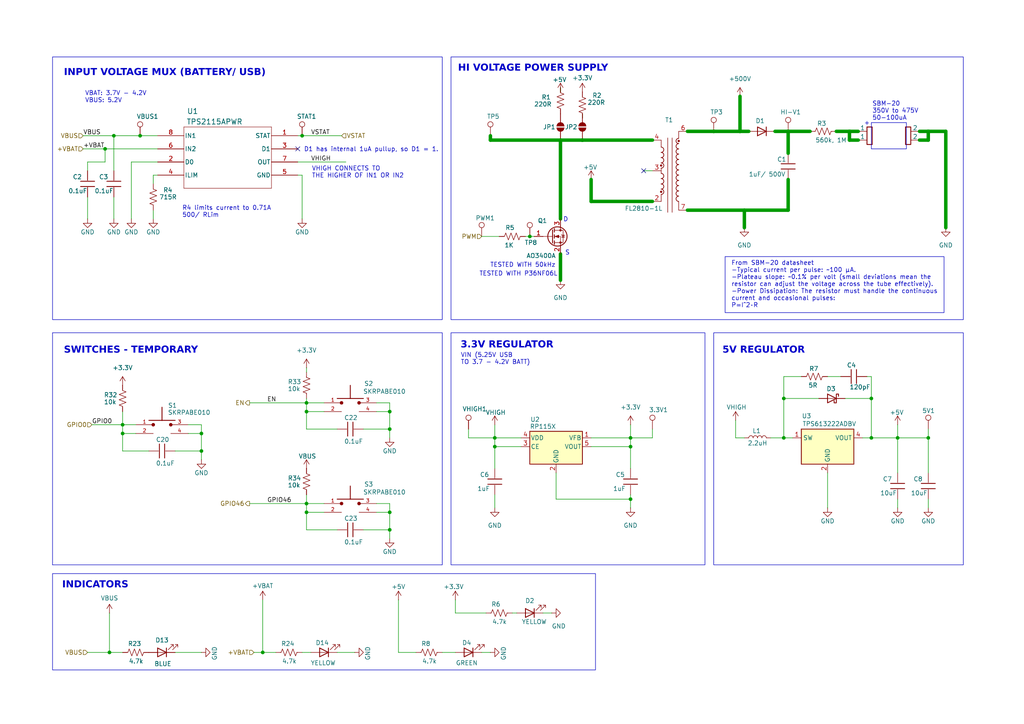
<source format=kicad_sch>
(kicad_sch (version 20231120) (generator "eeschema") (generator_version "8.0")
  (paper "A4")
  (lib_symbols
    (symbol "C_1" (pin_numbers hide) (pin_names (offset 0.254))
      (property "Reference" "C" (at 0.635 2.54 0))
      (property "Value" "C" (at 0.635 -2.54 0))
      (symbol "C_1_1_1"
        (pin passive line (at 0 3.81 270) (length 2.794) (name "~") (number "1"))
        (pin passive line (at 0 -3.81 90) (length 2.794) (name "~") (number "2"))
      )
    )
    (symbol "Connector:TestPoint" (pin_numbers hide) (pin_names (offset 0.762) hide)
      (property "Reference" "TP" (at 0 6.858 0))
      (property "Value" "TestPoint" (at 0 5.08 0))
      (symbol "TestPoint_1_1"
        (pin passive line (at 0 0 90) (length 2.54) (name "1") (number "1"))
      )
    )
    (symbol "Device:C" (pin_numbers hide) (pin_names (offset 0.254))
      (property "Reference" "C" (at 0.635 2.54 0))
      (property "Value" "C" (at 0.635 -2.54 0))
      (symbol "C_1_1"
        (pin passive line (at 0 3.81 270) (length 2.794) (name "~") (number "1"))
        (pin passive line (at 0 -3.81 90) (length 2.794) (name "~") (number "2"))
      )
    )
    (symbol "Device:D" (pin_numbers hide) (pin_names (offset 1.016) hide)
      (property "Reference" "D" (at 0 2.54 0))
      (property "Value" "D" (at 0 -2.54 0))
      (symbol "D_1_1"
        (pin passive line (at -3.81 0 0) (length 2.54) (name "K") (number "1"))
        (pin passive line (at 3.81 0 180) (length 2.54) (name "A") (number "2"))
      )
    )
    (symbol "Device:D_Schottky" (pin_numbers hide) (pin_names (offset 1.016) hide)
      (property "Reference" "D" (at 0 2.54 0))
      (property "Value" "D_Schottky" (at 0 -2.54 0))
      (symbol "D_Schottky_1_1"
        (pin passive line (at -3.81 0 0) (length 2.54) (name "K") (number "1"))
        (pin passive line (at 3.81 0 180) (length 2.54) (name "A") (number "2"))
      )
    )
    (symbol "Device:Fuse Clip" (pin_numbers hide) (pin_names (offset 0))
      (property "Reference" "F" (at -0.254 5.588 0))
      (property "Value" "Clip" (at 0.762 3.81 0))
      (symbol "Fuse Clip_1_1"
        (pin input line (at -3.81 -1.27 0) (length 2.54) (name "1") (number "1"))
        (pin input line (at -3.81 1.27 0) (length 2.54) (name "1") (number "1"))
        (pin input line (at 13.97 -1.27 180) (length 2.54) (name "2") (number "2"))
        (pin input line (at 13.97 1.27 180) (length 2.54) (name "2") (number "2"))
      )
    )
    (symbol "Device:L" (pin_numbers hide) (pin_names (offset 1.016) hide)
      (property "Reference" "L" (at -1.27 0 90))
      (property "Value" "L" (at 1.905 0 90))
      (symbol "L_1_1"
        (pin passive line (at 0 3.81 270) (length 1.27) (name "1") (number "1"))
        (pin passive line (at 0 -3.81 90) (length 1.27) (name "2") (number "2"))
      )
    )
    (symbol "Device:LED" (pin_numbers hide) (pin_names (offset 1.016) hide)
      (property "Reference" "D" (at 0 2.54 0))
      (property "Value" "LED" (at 0 -2.54 0))
      (symbol "LED_1_1"
        (pin passive line (at -3.81 0 0) (length 2.54) (name "K") (number "1"))
        (pin passive line (at 3.81 0 180) (length 2.54) (name "A") (number "2"))
      )
    )
    (symbol "Device:R_US" (pin_numbers hide) (pin_names (offset 0))
      (property "Reference" "R" (at 2.54 0 90))
      (property "Value" "R_US" (at -2.54 0 90))
      (symbol "R_US_1_1"
        (pin passive line (at 0 3.81 270) (length 1.27) (name "~") (number "1"))
        (pin passive line (at 0 -3.81 90) (length 1.27) (name "~") (number "2"))
      )
    )
    (symbol "Jumper:SolderJumper_2_Open" (pin_numbers hide) (pin_names (offset 0) hide) (exclude_from_sim yes) (in_bom no)
      (property "Reference" "JP" (at 0 2.032 0))
      (property "Value" "SolderJumper_2_Open" (at 0 -2.54 0))
      (symbol "SolderJumper_2_Open_1_1"
        (pin passive line (at -3.81 0 0) (length 2.54) (name "A") (number "1"))
        (pin passive line (at 3.81 0 180) (length 2.54) (name "B") (number "2"))
      )
    )
    (symbol "Regulator_Linear:RP115X" (pin_names (offset 0.254))
      (property "Reference" "U" (at -6.096 7.874 0))
      (property "Value" "RP115X" (at -7.112 5.842 0))
      (symbol "RP115X_1_1"
        (pin passive line (at 10.16 2.54 180) (length 2.54) (name "VFB") (number "1"))
        (pin power_out line (at 0 -7.62 90) (length 2.54) (name "GND") (number "2"))
        (pin power_in line (at -10.16 0 0) (length 2.54) (name "CE") (number "3"))
        (pin power_in line (at -10.16 2.54 0) (length 2.54) (name "VDD") (number "4"))
        (pin power_out line (at 10.16 0 180) (length 2.54) (name "VOUT") (number "5"))
      )
    )
    (symbol "Regulator_Switching:TPS613222ADBV"
      (property "Reference" "U" (at -7.62 6.35 0))
      (property "Value" "TPS613222ADBV" (at -10.16 -6.858 0))
      (symbol "TPS613222ADBV_1_1"
        (pin passive line (at -10.16 2.54 0) (length 2.54) (name "SW") (number "1"))
        (pin power_in line (at 0 -7.62 90) (length 2.54) (name "GND") (number "2"))
        (pin no_connect line (at -7.62 -2.54 0) (length 2.54) hide (name "NC") (number "3"))
        (pin power_out line (at 10.16 2.54 180) (length 2.54) (name "VOUT") (number "4"))
        (pin no_connect line (at 7.62 -2.54 180) (length 2.54) hide (name "NC") (number "5"))
      )
    )
    (symbol "SKRPABE010:SKRPABE010" (pin_names (offset 1.016))
      (property "Reference" "S" (at -5.08 6.35 0))
      (property "Value" "SKRPABE010" (at -5.08 -5.08 0))
      (symbol "SKRPABE010_0_0"
        (pin passive line (at 7.62 0 180) (length 5.08) (name "~") (number "3"))
      )
      (symbol "SKRPABE010_1_0"
        (pin passive line (at -7.62 0 0) (length 5.08) (name "~") (number "1"))
        (pin passive line (at -7.62 -2.54 0) (length 5.08) (name "~") (number "2"))
        (pin passive line (at 7.62 -2.54 180) (length 5.08) (name "~") (number "4"))
      )
    )
    (symbol "SKRPABE010_1" (pin_names (offset 1.016))
      (property "Reference" "S" (at -5.08 6.35 0))
      (property "Value" "SKRPABE010" (at -5.08 -5.08 0))
      (symbol "SKRPABE010_1_0_0"
        (pin passive line (at 7.62 0 180) (length 5.08) (name "~") (number "3"))
      )
      (symbol "SKRPABE010_1_1_0"
        (pin passive line (at -7.62 0 0) (length 5.08) (name "~") (number "1"))
        (pin passive line (at -7.62 -2.54 0) (length 5.08) (name "~") (number "2"))
        (pin passive line (at 7.62 -2.54 180) (length 5.08) (name "~") (number "4"))
      )
    )
    (symbol "TPS2115APWR:TPS2115APWR" (pin_names (offset 0.254))
      (property "Reference" "U" (at 8.636 6.858 0))
      (property "Value" "TPS2115APWR" (at 15.748 -14.986 0))
      (symbol "TPS2115APWR_0_1"
        (pin output line (at 40.64 2.54 180) (length 7.62) (name "STAT") (number "1"))
        (pin input line (at 0 -5.08 0) (length 7.62) (name "D0") (number "2"))
        (pin input line (at 40.64 -1.27 180) (length 7.62) (name "D1") (number "3"))
        (pin input line (at 0 -8.89 0) (length 7.62) (name "ILIM") (number "4"))
        (pin power_in line (at 40.64 -8.89 180) (length 7.62) (name "GND") (number "5"))
      )
      (symbol "TPS2115APWR_1_1"
        (pin power_in line (at 0 -1.27 0) (length 7.62) (name "IN2") (number "6"))
        (pin power_out line (at 40.64 -5.08 180) (length 7.62) (name "OUT") (number "7"))
        (pin power_in line (at 0 2.54 0) (length 7.62) (name "IN1") (number "8"))
      )
    )
    (symbol "Transformer:FL2810-1L_Coilcraft"
      (property "Reference" "T" (at -6.858 18.542 0))
      (property "Value" "FL2810-1L" (at -6.858 16.002 0))
      (symbol "FL2810-1L_Coilcraft_1_1"
        (pin no_connect line (at -20.32 3.81 0) (length 2.54) hide (name "1") (number "1"))
        (pin power_in line (at -5.08 -8.89 0) (length 2.54) (name "~") (number "2"))
        (pin passive line (at -5.08 0 0) (length 2.54) (name "~") (number "3"))
        (pin passive line (at -5.08 8.89 0) (length 2.54) (name "~") (number "4"))
        (pin no_connect line (at -20.32 1.27 0) (length 2.54) hide (name "5") (number "5"))
        (pin power_out line (at 5.08 11.43 180) (length 2.54) (name "~") (number "6"))
        (pin power_in line (at 5.08 -11.43 180) (length 2.54) (name "~") (number "7"))
        (pin no_connect line (at -20.32 -1.27 0) (length 2.54) hide (name "8") (number "8"))
        (pin no_connect line (at -20.32 -3.81 0) (length 2.54) hide (name "9") (number "9"))
      )
    )
    (symbol "Transistor_FET:AO3400A" (pin_names hide)
      (property "Reference" "Q" (at 5.08 1.905 0))
      (property "Value" "AO3400A" (at 5.08 0 0))
      (symbol "AO3400A_1_1"
        (pin input line (at -5.08 0 0) (length 2.54) (name "G") (number "1"))
        (pin passive line (at 2.54 -5.08 90) (length 2.54) (name "S") (number "2"))
        (pin passive line (at 2.54 5.08 270) (length 2.54) (name "D") (number "3"))
      )
    )
    (symbol "power:+3.3V" (power) (pin_numbers hide) (pin_names (offset 0) hide)
      (property "Value" "+3.3V" (at 0 3.556 0))
      (symbol "+3.3V_1_1"
        (pin power_in line (at 0 0 90) (length 0) (name "~") (number "1"))
      )
    )
    (symbol "power:+5V" (power) (pin_numbers hide) (pin_names (offset 0) hide)
      (property "Value" "+5V" (at 0 3.556 0))
      (symbol "+5V_1_1"
        (pin power_in line (at 0 0 90) (length 0) (name "~") (number "1"))
      )
    )
    (symbol "power:GND" (power) (pin_numbers hide) (pin_names (offset 0) hide)
      (property "Value" "GND" (at 0 -3.81 0))
      (symbol "GND_1_1"
        (pin power_in line (at 0 0 270) (length 0) (name "~") (number "1"))
      )
    )
    (symbol "power:VBUS" (power) (pin_numbers hide) (pin_names (offset 0) hide)
      (property "Value" "VBUS" (at 0 3.556 0))
      (symbol "VBUS_1_1"
        (pin power_in line (at 0 0 90) (length 0) (name "~") (number "1"))
      )
    )
  )
  (junction (at 113.03 153.67))
  (junction (at 58.42 130.81))
  (junction (at 35.56 125.73))
  (junction (at 30.48 43.18))
  (junction (at 227.33 127))
  (junction (at 40.64 39.37))
  (junction (at 88.9 119.38))
  (junction (at 31.75 189.23))
  (junction (at 162.56 40.64))
  (junction (at 33.02 39.37))
  (junction (at 113.03 124.46))
  (junction (at 269.24 127))
  (junction (at 260.35 127))
  (junction (at 182.88 144.78))
  (junction (at 153.67 68.58))
  (junction (at 252.73 115.57))
  (junction (at 143.51 127))
  (junction (at 214.63 38.1))
  (junction (at 87.63 39.37))
  (junction (at 35.56 123.19))
  (junction (at 246.38 38.1))
  (junction (at 227.33 115.57))
  (junction (at 88.9 116.84))
  (junction (at 113.03 119.38))
  (junction (at 215.9 60.96))
  (junction (at 228.6 38.1))
  (junction (at 207.01 38.1))
  (junction (at 182.88 129.54))
  (junction (at 58.42 125.73))
  (junction (at 113.03 148.59))
  (junction (at 182.88 127))
  (junction (at 143.51 129.54))
  (junction (at 76.2 189.23))
  (junction (at 88.9 148.59))
  (junction (at 252.73 127))
  (junction (at 269.24 38.1))
  (junction (at 168.91 40.64))
  (junction (at 88.9 146.05))
  (no_connect (at 86.36 43.18))
  (no_connect (at 186.69 49.53))
  (wire (pts (xy 157.48 177.8) (xy 160.02 177.8)))
  (wire (pts (xy 115.57 173.99) (xy 115.57 189.23)))
  (wire (pts (xy 113.03 153.67) (xy 113.03 156.21)))
  (wire (pts (xy 171.45 52.07) (xy 171.45 58.42)) (stroke (width 1)))
  (wire (pts (xy 113.03 148.59) (xy 113.03 153.67)))
  (wire (pts (xy 186.69 49.53) (xy 189.23 49.53)))
  (wire (pts (xy 35.56 123.19) (xy 35.56 125.73)))
  (polyline (pts (xy 15.24 96.52) (xy 128.27 96.52)))
  (wire (pts (xy 162.56 25.4) (xy 162.56 26.67)))
  (wire (pts (xy 162.56 73.66) (xy 162.56 81.28)) (stroke (width 1)))
  (wire (pts (xy 54.61 125.73) (xy 58.42 125.73)))
  (wire (pts (xy 214.63 27.94) (xy 214.63 38.1)) (stroke (width 1)))
  (wire (pts (xy 88.9 143.51) (xy 88.9 146.05)))
  (wire (pts (xy 182.88 129.54) (xy 182.88 135.89)))
  (wire (pts (xy 142.24 189.23) (xy 139.7 189.23)))
  (wire (pts (xy 168.91 40.64) (xy 166.37 40.64)))
  (wire (pts (xy 266.7 40.64) (xy 269.24 40.64)) (stroke (width 1)))
  (wire (pts (xy 143.51 129.54) (xy 151.13 129.54)))
  (wire (pts (xy 35.56 125.73) (xy 35.56 130.81)))
  (wire (pts (xy 148.59 177.8) (xy 149.86 177.8)))
  (wire (pts (xy 40.64 39.37) (xy 45.72 39.37)))
  (wire (pts (xy 252.73 127) (xy 260.35 127)))
  (wire (pts (xy 228.6 60.96) (xy 215.9 60.96)) (stroke (width 1)))
  (wire (pts (xy 113.03 116.84) (xy 109.22 116.84)))
  (wire (pts (xy 161.29 144.78) (xy 182.88 144.78)))
  (wire (pts (xy 97.79 153.67) (xy 88.9 153.67)))
  (wire (pts (xy 72.39 146.05) (xy 88.9 146.05)))
  (wire (pts (xy 113.03 119.38) (xy 113.03 124.46)))
  (wire (pts (xy 88.9 116.84) (xy 88.9 119.38)))
  (wire (pts (xy 135.89 127) (xy 135.89 124.46)))
  (wire (pts (xy 58.42 125.73) (xy 58.42 130.81)))
  (wire (pts (xy 251.46 109.22) (xy 252.73 109.22)))
  (wire (pts (xy 58.42 130.81) (xy 58.42 133.35)))
  (wire (pts (xy 25.4 189.23) (xy 31.75 189.23)))
  (wire (pts (xy 105.41 153.67) (xy 113.03 153.67)))
  (wire (pts (xy 35.56 119.38) (xy 35.56 123.19)))
  (wire (pts (xy 88.9 115.57) (xy 88.9 116.84)))
  (wire (pts (xy 245.11 115.57) (xy 252.73 115.57)))
  (wire (pts (xy 207.01 38.1) (xy 199.39 38.1)) (stroke (width 1)))
  (wire (pts (xy 228.6 38.1) (xy 234.95 38.1)) (stroke (width 1)))
  (wire (pts (xy 242.57 38.1) (xy 246.38 38.1)) (stroke (width 1)))
  (wire (pts (xy 161.29 137.16) (xy 161.29 144.78)))
  (wire (pts (xy 88.9 146.05) (xy 93.98 146.05)))
  (wire (pts (xy 86.36 39.37) (xy 87.63 39.37)))
  (wire (pts (xy 132.08 177.8) (xy 140.97 177.8)))
  (wire (pts (xy 240.03 109.22) (xy 243.84 109.22)))
  (wire (pts (xy 228.6 52.07) (xy 228.6 60.96)) (stroke (width 1)))
  (wire (pts (xy 76.2 173.99) (xy 76.2 189.23)))
  (wire (pts (xy 88.9 124.46) (xy 88.9 119.38)))
  (wire (pts (xy 87.63 50.8) (xy 87.63 63.5)))
  (wire (pts (xy 142.24 40.64) (xy 162.56 40.64)) (stroke (width 1)))
  (wire (pts (xy 260.35 127) (xy 269.24 127)))
  (wire (pts (xy 246.38 40.64) (xy 246.38 38.1)) (stroke (width 1)))
  (wire (pts (xy 30.48 46.99) (xy 30.48 43.18)))
  (wire (pts (xy 44.45 50.8) (xy 44.45 53.34)))
  (wire (pts (xy 260.35 127) (xy 260.35 123.19)))
  (wire (pts (xy 248.92 40.64) (xy 246.38 40.64)) (stroke (width 1)))
  (wire (pts (xy 105.41 124.46) (xy 113.03 124.46)))
  (wire (pts (xy 88.9 153.67) (xy 88.9 148.59)))
  (wire (pts (xy 189.23 124.46) (xy 189.23 127)))
  (wire (pts (xy 88.9 119.38) (xy 93.98 119.38)))
  (wire (pts (xy 44.45 50.8) (xy 45.72 50.8)))
  (wire (pts (xy 214.63 38.1) (xy 207.01 38.1)) (stroke (width 1)))
  (wire (pts (xy 246.38 38.1) (xy 248.92 38.1)) (stroke (width 1)))
  (wire (pts (xy 54.61 123.19) (xy 58.42 123.19)))
  (polyline (pts (xy 128.27 163.83) (xy 128.27 96.52)))
  (polyline (pts (xy 15.24 96.52) (xy 15.24 163.83)))
  (wire (pts (xy 24.13 43.18) (xy 30.48 43.18)))
  (wire (pts (xy 250.19 127) (xy 252.73 127)))
  (wire (pts (xy 24.13 39.37) (xy 33.02 39.37)))
  (wire (pts (xy 35.56 123.19) (xy 39.37 123.19)))
  (wire (pts (xy 227.33 109.22) (xy 227.33 115.57)))
  (wire (pts (xy 227.33 115.57) (xy 237.49 115.57)))
  (wire (pts (xy 252.73 115.57) (xy 252.73 127)))
  (wire (pts (xy 182.88 144.78) (xy 182.88 147.32)))
  (wire (pts (xy 182.88 127) (xy 182.88 129.54)))
  (wire (pts (xy 143.51 127) (xy 143.51 129.54)))
  (wire (pts (xy 168.91 33.02) (xy 168.91 34.29)))
  (wire (pts (xy 143.51 143.51) (xy 143.51 147.32)))
  (wire (pts (xy 139.7 68.58) (xy 144.78 68.58)))
  (wire (pts (xy 162.56 40.64) (xy 162.56 63.5)) (stroke (width 1)))
  (wire (pts (xy 35.56 130.81) (xy 43.18 130.81)))
  (wire (pts (xy 109.22 119.38) (xy 113.03 119.38)))
  (wire (pts (xy 25.4 46.99) (xy 30.48 46.99)))
  (wire (pts (xy 50.8 189.23) (xy 58.42 189.23)))
  (wire (pts (xy 269.24 38.1) (xy 274.32 38.1)) (stroke (width 1)))
  (wire (pts (xy 30.48 43.18) (xy 45.72 43.18)))
  (wire (pts (xy 162.56 40.64) (xy 168.91 40.64)) (stroke (width 1)))
  (wire (pts (xy 113.03 146.05) (xy 109.22 146.05)))
  (wire (pts (xy 88.9 148.59) (xy 93.98 148.59)))
  (wire (pts (xy 33.02 39.37) (xy 33.02 49.53)))
  (wire (pts (xy 189.23 127) (xy 182.88 127)))
  (wire (pts (xy 97.79 124.46) (xy 88.9 124.46)))
  (wire (pts (xy 269.24 124.46) (xy 269.24 127)))
  (wire (pts (xy 135.89 127) (xy 143.51 127)))
  (wire (pts (xy 269.24 40.64) (xy 269.24 38.1)) (stroke (width 1)))
  (wire (pts (xy 76.2 189.23) (xy 80.01 189.23)))
  (wire (pts (xy 25.4 57.15) (xy 25.4 63.5)))
  (wire (pts (xy 115.57 189.23) (xy 120.65 189.23)))
  (wire (pts (xy 31.75 189.23) (xy 35.56 189.23)))
  (wire (pts (xy 228.6 38.1) (xy 228.6 44.45)) (stroke (width 1)))
  (wire (pts (xy 142.24 40.64) (xy 142.24 39.37)) (stroke (width 1)))
  (wire (pts (xy 50.8 130.81) (xy 58.42 130.81)))
  (wire (pts (xy 35.56 125.73) (xy 39.37 125.73)))
  (wire (pts (xy 153.67 68.58) (xy 154.94 68.58)))
  (wire (pts (xy 199.39 60.96) (xy 215.9 60.96)) (stroke (width 1)))
  (wire (pts (xy 113.03 124.46) (xy 113.03 127)))
  (wire (pts (xy 162.56 40.64) (xy 160.02 40.64)))
  (wire (pts (xy 38.1 46.99) (xy 45.72 46.99)))
  (wire (pts (xy 88.9 146.05) (xy 88.9 148.59)))
  (wire (pts (xy 31.75 177.8) (xy 31.75 189.23)))
  (wire (pts (xy 132.08 173.99) (xy 132.08 177.8)))
  (wire (pts (xy 26.67 123.19) (xy 35.56 123.19)))
  (wire (pts (xy 260.35 127) (xy 260.35 137.16)))
  (wire (pts (xy 86.36 46.99) (xy 100.33 46.99)))
  (wire (pts (xy 182.88 143.51) (xy 182.88 144.78)))
  (wire (pts (xy 58.42 123.19) (xy 58.42 125.73)))
  (wire (pts (xy 109.22 148.59) (xy 113.03 148.59)))
  (wire (pts (xy 143.51 129.54) (xy 143.51 135.89)))
  (wire (pts (xy 113.03 148.59) (xy 113.03 146.05)))
  (wire (pts (xy 240.03 137.16) (xy 240.03 147.32)))
  (wire (pts (xy 227.33 115.57) (xy 227.33 127)))
  (wire (pts (xy 213.36 121.92) (xy 213.36 127)))
  (wire (pts (xy 86.36 50.8) (xy 87.63 50.8)))
  (wire (pts (xy 33.02 57.15) (xy 33.02 63.5)))
  (wire (pts (xy 252.73 109.22) (xy 252.73 115.57)))
  (wire (pts (xy 113.03 119.38) (xy 113.03 116.84)))
  (wire (pts (xy 88.9 106.68) (xy 88.9 107.95)))
  (wire (pts (xy 143.51 127) (xy 151.13 127)))
  (wire (pts (xy 269.24 127) (xy 269.24 137.16)))
  (wire (pts (xy 215.9 60.96) (xy 215.9 66.04)) (stroke (width 1)))
  (wire (pts (xy 214.63 38.1) (xy 217.17 38.1)) (stroke (width 1)))
  (wire (pts (xy 171.45 129.54) (xy 182.88 129.54)))
  (wire (pts (xy 38.1 63.5) (xy 38.1 46.99)))
  (wire (pts (xy 227.33 127) (xy 229.87 127)))
  (wire (pts (xy 260.35 144.78) (xy 260.35 147.32)))
  (wire (pts (xy 87.63 189.23) (xy 90.17 189.23)))
  (wire (pts (xy 143.51 123.19) (xy 143.51 127)))
  (wire (pts (xy 171.45 127) (xy 182.88 127)))
  (wire (pts (xy 73.66 189.23) (xy 76.2 189.23)))
  (wire (pts (xy 227.33 109.22) (xy 232.41 109.22)))
  (wire (pts (xy 33.02 39.37) (xy 40.64 39.37)))
  (wire (pts (xy 224.79 38.1) (xy 228.6 38.1)) (stroke (width 1)))
  (wire (pts (xy 269.24 144.78) (xy 269.24 147.32)))
  (wire (pts (xy 97.79 189.23) (xy 102.87 189.23)))
  (polyline (pts (xy 15.24 163.83) (xy 128.27 163.83)))
  (wire (pts (xy 182.88 123.19) (xy 182.88 127)))
  (wire (pts (xy 25.4 49.53) (xy 25.4 46.99)))
  (wire (pts (xy 223.52 127) (xy 227.33 127)))
  (wire (pts (xy 128.27 189.23) (xy 132.08 189.23)))
  (wire (pts (xy 87.63 39.37) (xy 99.06 39.37)))
  (wire (pts (xy 274.32 38.1) (xy 274.32 66.04)) (stroke (width 1)))
  (wire (pts (xy 168.91 40.64) (xy 189.23 40.64)) (stroke (width 1)))
  (wire (pts (xy 266.7 38.1) (xy 269.24 38.1)) (stroke (width 1)))
  (wire (pts (xy 171.45 58.42) (xy 189.23 58.42)) (stroke (width 1)))
  (wire (pts (xy 213.36 127) (xy 215.9 127)))
  (wire (pts (xy 72.39 116.84) (xy 88.9 116.84)))
  (wire (pts (xy 88.9 116.84) (xy 93.98 116.84)))
  (wire (pts (xy 152.4 68.58) (xy 153.67 68.58)))
  (wire (pts (xy 44.45 60.96) (xy 44.45 63.5)))
  (rectangle (start 15.24 16.51) (end 128.27 92.71))
  (rectangle (start 15.24 166.37) (end 172.72 194.31))
  (rectangle (start 252.73 35.56) (end 262.89 43.18))
  (rectangle (start 130.81 16.51) (end 279.4 92.71))
  (rectangle (start 207.01 96.52) (end 279.4 163.83))
  (rectangle (start 130.81 96.52) (end 204.47 163.83))
  (rectangle (start 210.312 74.422) (end 273.812 90.678))
  (text "5V REGULATOR" (at 209.55 103.378 0) (effects (font (size 2 2) (thickness 0.4064) (bold yes)) (justify left bottom)))
  (text "D1 has internal 1uA pullup, so D1 = 1.\n" (at 88.138 43.434 0) (effects (font (size 1.27 1.27)) (justify left)))
  (text "INPUT VOLTAGE MUX (BATTERY/ USB) " (at 18.542 22.86 0) (effects (font (size 2 2) (thickness 0.4064) (bold yes)) (justify left bottom)))
  (text "INDICATORS" (at 18.034 171.45 0) (effects (font (size 2 2) (thickness 0.4064) (bold yes)) (justify left bottom)))
  (text "+" (at 251.46 35.814 0) (effects (font (size 1.27 1.27))))
  (text "HI VOLTAGE POWER SUPPLY" (at 132.842 21.59 0) (effects (font (size 2 2) (thickness 0.4064) (bold yes)) (justify left bottom)))
  (text "TESTED WITH 50kHz" (at 151.638 76.962 0) (effects (font (size 1.27 1.27))))
  (text "S" (at 164.592 73.406 0) (effects (font (size 1.27 1.27))))
  (text "TESTED WITH P36NF06L" (at 150.368 79.502 0) (effects (font (size 1.27 1.27))))
  (text "From SBM-20 datasheet\n-Typical current per pulse: ~100 µA.\n-Plateau slope: ~0.1% per volt (small deviations mean the \nresistor can adjust the voltage across the tube effectively).\n-Power Dissipation: The resistor must handle the continuous\ncurrent and occasional pulses:\nP=I^2⋅R\n" (at 212.09 82.55 0) (effects (font (size 1.27 1.27)) (justify left)))
  (text "R4 limits current to 0.71A\n500/ RLim" (at 52.832 61.468 0) (effects (font (size 1.27 1.27)) (justify left)))
  (text "VIN (5.25V USB \nTO 3.7 - 4.2V BATT)" (at 133.604 104.14 0) (effects (font (size 1.27 1.27)) (justify left)))
  (text "3.3V REGULATOR" (at 133.604 101.854 0) (effects (font (size 2 2) (thickness 0.4064) (bold yes)) (justify left bottom)))
  (text "VHIGH CONNECTS TO \nTHE HIGHER OF IN1 OR IN2" (at 90.424 50.038 0) (effects (font (size 1.27 1.27)) (justify left)))
  (text "SWITCHES - TEMPORARY" (at 18.542 103.378 0) (effects (font (size 2 2) (thickness 1.016) (bold yes)) (justify left bottom)))
  (text "VBAT: 3.7V - 4.2V\nVBUS: 5.2V" (at 24.638 28.194 0) (effects (font (size 1.27 1.27)) (justify left)))
  (text "SBM-20\n350V to 475V\n50-100uA" (at 252.984 32.258 0) (effects (font (size 1.27 1.27)) (justify left)))
  (text "D" (at 164.084 63.754 0) (effects (font (size 1.27 1.27))))
  (label "+VBAT" (at 24.13 43.18 0))
  (label "GPIO0" (at 26.67 123.19 0))
  (label "VBUS" (at 24.13 39.37 0))
  (label "VSTAT" (at 90.17 39.37 0))
  (label "EN" (at 77.47 116.84 0))
  (label "GPIO46" (at 77.47 146.05 0))
  (label "VHIGH" (at 90.17 46.99 0))
  (hierarchical_label "+VBAT" (shape input) (at 73.66 189.23 180))
  (hierarchical_label "VBUS" (shape input) (at 24.13 39.37 180))
  (hierarchical_label "GPIO46" (shape output) (at 72.39 146.05 180))
  (hierarchical_label "PWM" (shape input) (at 139.7 68.58 180))
  (hierarchical_label "GPIO0" (shape input) (at 26.67 123.19 180))
  (hierarchical_label "+VBAT" (shape input) (at 24.13 43.18 180))
  (hierarchical_label "EN" (shape output) (at 72.39 116.84 180))
  (hierarchical_label "VBUS" (shape input) (at 25.4 189.23 180))
  (hierarchical_label "VSTAT" (shape input) (at 99.06 39.37 0))
  (symbol (lib_id "power:GND") (at 58.42 189.23 90) (unit 1)
    (property "Reference" "#PWR038" (effects (hide yes)))
    (property "Value" "GND" (at 62.23 187.452 0) (effects (justify right)))
  )
  (symbol (lib_name "C_1") (lib_id "Device:C") (at 101.6 124.46 270) (unit 1)
    (property "Reference" "C22" (at 99.822 121.158 90) (effects (justify left)))
    (property "Value" "0.1uF" (at 99.822 128.016 90) (effects (justify left)))
    (property "Footprint" "Capacitor_SMD:C_0805_2012Metric" (effects (hide yes)))
    (property "Datasheet" "https://www.digikey.com/en/products/detail/yageo/CC0805KRX7R9BB104/302874" (effects (hide yes)))
    (property "Description" "Unpolarized capacitor" (effects (hide yes)))
    (property "MPN" "CC0805KRX7R9BB104" (effects (hide yes)))
  )
  (symbol (lib_id "Device:R_US") (at 148.59 68.58 270) (unit 1)
    (property "Reference" "R5" (at 146.558 66.04 90) (effects (justify left)))
    (property "Value" "1K" (at 146.304 71.12 90) (effects (justify left)))
    (property "Footprint" "Resistor_SMD:R_0805_2012Metric" (effects (hide yes)))
    (property "Description" "Resistor, US symbol" (effects (hide yes)))
    (property "MPN" "RNCP0805FTD1K00" (effects (hide yes)))
  )
  (symbol (lib_id "power:GND") (at 44.45 63.5 0) (unit 1)
    (property "Reference" "#PWR08" (effects (hide yes)))
    (property "Value" "GND" (at 44.45 67.31 0))
  )
  (symbol (lib_id "power:+3.3V") (at 88.9 106.68 0) (unit 1)
    (property "Reference" "#PWR063" (effects (hide yes)))
    (property "Value" "+3.3V" (at 88.9 101.6 0))
    (property "Description" "Power symbol creates a global label with name \"+3.3V\"" (effects (hide yes)))
  )
  (symbol (lib_id "power:+5V") (at 115.57 173.99 0) (unit 1)
    (property "Reference" "#PWR02" (effects (hide yes)))
    (property "Value" "+5V" (at 115.57 170.18 0))
    (property "Description" "Power symbol creates a global label with name \"+5V\"" (effects (hide yes)))
  )
  (symbol (lib_id "power:GND") (at 58.42 133.35 0) (unit 1)
    (property "Reference" "#PWR064" (effects (hide yes)))
    (property "Value" "GND" (at 58.42 137.16 0))
  )
  (symbol (lib_id "Device:R_US") (at 238.76 38.1 270) (unit 1)
    (property "Reference" "R3" (at 236.982 35.814 90) (effects (justify left)))
    (property "Value" "560k, 1M" (at 236.474 40.64 90) (effects (justify left)))
    (property "Footprint" "Resistor_SMD:R_2512_6332Metric" (effects (hide yes)))
    (property "Description" "Resistor, US symbol" (effects (hide yes)))
    (property "MPN" "CRGP2512F560K" (effects (hide yes)))
    (property "ALT MPN" "CRGP2512F1M0 " (effects (hide yes)))
  )
  (symbol (lib_name "C_1") (lib_id "Device:C") (at 182.88 139.7 0) (unit 1)
    (property "Reference" "C5" (at 178.562 137.668 0) (effects (justify left)))
    (property "Value" "1uF" (at 177.8 141.732 0) (effects (justify left)))
    (property "Footprint" "Capacitor_SMD:C_0805_2012Metric" (effects (hide yes)))
    (property "Description" "Unpolarized capacitor" (effects (hide yes)))
    (property "MPN" "CC0805KKX5R6BB105" (effects (hide yes)))
  )
  (symbol (lib_id "Device:R_US") (at 88.9 111.76 180) (unit 1)
    (property "Reference" "R33" (at 87.376 110.744 0) (effects (justify left)))
    (property "Value" "10k" (at 87.122 112.776 0) (effects (justify left)))
    (property "Footprint" "Resistor_SMD:R_0805_2012Metric" (effects (hide yes)))
    (property "Description" "Resistor, US symbol" (effects (hide yes)))
    (property "MPN" "RMCF0805FT10K0" (effects (hide yes)))
  )
  (symbol (lib_id "Device:R_US") (at 44.45 57.15 180) (unit 1)
    (property "Reference" "R4" (at 50.038 55.118 0) (effects (justify left)))
    (property "Value" "715R" (at 51.308 57.15 0) (effects (justify left)))
    (property "Footprint" "Resistor_SMD:R_0805_2012Metric" (effects (hide yes)))
    (property "Datasheet" "https://www.digikey.com/en/products/detail/vishay-dale/CRCW0805715RFKEA/1175621" (effects (hide yes)))
    (property "Description" "Resistor, US symbol" (effects (hide yes)))
    (property "MPN" "CRCW0805715RFKEA" (effects (hide yes)))
  )
  (symbol (lib_id "power:GND") (at 102.87 189.23 90) (unit 1)
    (property "Reference" "#PWR040" (effects (hide yes)))
    (property "Value" "GND" (at 106.68 187.452 0) (effects (justify right)))
  )
  (symbol (lib_id "power:GND") (at 87.63 63.5 0) (unit 1)
    (property "Reference" "#PWR09" (effects (hide yes)))
    (property "Value" "GND" (at 87.63 67.31 0))
  )
  (symbol (lib_id "power:GND") (at 182.88 147.32 0) (unit 1)
    (property "Reference" "#PWR011" (effects (hide yes)))
    (property "Value" "GND" (at 182.88 152.4 0))
    (property "Description" "Power symbol creates a global label with name \"GND\" , ground" (effects (hide yes)))
  )
  (symbol (lib_name "SKRPABE010_1") (lib_id "SKRPABE010:SKRPABE010") (at 101.6 116.84 0) (unit 1)
    (property "Reference" "S2" (at 106.934 111.252 0))
    (property "Value" "SKRPABE010" (at 111.506 113.538 0))
    (property "Footprint" "SKRPABE010:SW_SKRPABE010" (effects (hide yes)))
    (property "STANDARD" "Manufacturer Recommendations" (effects (hide yes)))
    (property "MAXIMUM_PACKAGE_HEIGHT" "2.5 mm" (effects (hide yes)))
    (property "MANUFACTURER" "Alps" (effects (hide yes)))
    (property "MPN" "SKRPABE010" (effects (hide yes)))
  )
  (symbol (lib_id "Regulator_Switching:TPS613222ADBV") (at 240.03 129.54 0) (unit 1)
    (property "Reference" "U3" (at 233.934 120.65 0))
    (property "Value" "TPS613222ADBV" (at 240.538 122.936 0))
    (property "Footprint" "Package_TO_SOT_SMD:SOT-23-5" (effects (hide yes)))
    (property "Datasheet" "http://www.ti.com/lit/ds/symlink/tps61322.pdf" (effects (hide yes)))
    (property "Description" "1.8A Step-Up Converter, 5V Output Voltage, 0.9-5.5V Input Voltage, SOT-23-5" (effects (hide yes)))
    (property "MPN" "TPS613222ADBV" (effects (hide yes)))
  )
  (symbol (lib_id "Jumper:SolderJumper_2_Open") (at 162.56 36.83 90) (unit 1) (exclude_from_sim yes) (in_bom no)
    (property "Reference" "JP1" (at 157.48 36.83 90) (effects (justify right)))
    (property "Value" "SolderJumper_2_Open" (effects (hide yes)))
    (property "Footprint" "Jumper:SolderJumper-2_P1.3mm_Open_RoundedPad1.0x1.5mm" (effects (hide yes)))
    (property "Description" "Solder Jumper, 2-pole, open" (effects (hide yes)))
  )
  (symbol (lib_name "C_1") (lib_id "Device:C") (at 269.24 140.97 0) (unit 1)
    (property "Reference" "C8" (at 264.922 138.938 0) (effects (justify left)))
    (property "Value" "10uF" (at 264.16 143.002 0) (effects (justify left)))
    (property "Footprint" "Capacitor_SMD:C_0805_2012Metric" (effects (hide yes)))
    (property "Description" "Unpolarized capacitor" (effects (hide yes)))
    (property "MPN" "CL21B106KPQNNNE" (effects (hide yes)))
  )
  (symbol (lib_id "power:+3.3V") (at 143.51 123.19 0) (unit 1)
    (property "Reference" "#PWR034" (effects (hide yes)))
    (property "Value" "VHIGH" (at 143.764 119.634 0))
    (property "Description" "Power symbol creates a global label with name \"+3.3V\"" (effects (hide yes)))
  )
  (symbol (lib_id "Device:LED") (at 135.89 189.23 180) (unit 1)
    (property "Reference" "D4" (at 135.382 186.436 0))
    (property "Value" "GREEN" (at 135.382 192.278 0))
    (property "Footprint" "LED_SMD:LED_0805_2012Metric" (effects (hide yes)))
    (property "MPN" "150080GS75000" (effects (hide yes)))
  )
  (symbol (lib_id "Device:R_US") (at 162.56 29.21 180) (unit 1)
    (property "Reference" "R1" (at 159.766 28.194 0) (effects (justify left)))
    (property "Value" "220R" (at 160.02 30.226 0) (effects (justify left)))
    (property "Footprint" "Resistor_SMD:R_0805_2012Metric" (effects (hide yes)))
    (property "Description" "Resistor, US symbol" (effects (hide yes)))
    (property "MPN" "RK73B2ATTD221J" (effects (hide yes)))
  )
  (symbol (lib_id "Connector:TestPoint") (at 228.6 38.1 0) (unit 1)
    (property "Reference" "HI-V1" (at 226.314 32.512 0) (effects (justify left)))
    (property "Value" "TestPoint" (effects (hide yes)))
    (property "Footprint" "Connector_Pin:Pin_D1.0mm_L10.0mm" (effects (hide yes)))
    (property "Description" "test point" (effects (hide yes)))
  )
  (symbol (lib_id "TPS2115APWR:TPS2115APWR") (at 45.72 41.91 0) (unit 1)
    (property "Reference" "U1" (at 55.88 32.258 0) (effects (font (size 1.524 1.524))))
    (property "Value" "TPS2115APWR" (at 62.23 35.306 0) (effects (font (size 1.524 1.524))))
    (property "Footprint" "TPS2115APWR:PW8" (effects (hide yes)))
    (property "Datasheet" "TPS2115APWR" (effects (hide yes)))
    (property "Description" "Autoswitching power multiplexer for switching bet VBAT and VBUS" (effects (hide yes)))
    (property "MPN" "TPS2115APWR" (effects (hide yes)))
  )
  (symbol (lib_id "Device:R_US") (at 168.91 30.48 180) (unit 1)
    (property "Reference" "R2" (at 174.498 27.686 0) (effects (justify left)))
    (property "Value" "220R" (at 175.514 29.718 0) (effects (justify left)))
    (property "Footprint" "Resistor_SMD:R_0805_2012Metric" (effects (hide yes)))
    (property "Description" "Resistor, US symbol" (effects (hide yes)))
    (property "MPN" "RK73B2ATTD221J" (effects (hide yes)))
  )
  (symbol (lib_id "Device:C") (at 247.65 109.22 270) (unit 1)
    (property "Reference" "C4" (at 245.618 105.918 90) (effects (justify left)))
    (property "Value" "120pF" (at 246.38 112.268 90) (effects (justify left)))
    (property "Footprint" "Capacitor_SMD:C_0805_2012Metric" (effects (hide yes)))
    (property "Description" "Unpolarized capacitor" (effects (hide yes)))
    (property "MPN" "C0805C121J5GACTU" (effects (hide yes)))
  )
  (symbol (lib_name "C_1") (lib_id "Device:C") (at 143.51 139.7 0) (unit 1)
    (property "Reference" "C6" (at 139.192 137.668 0) (effects (justify left)))
    (property "Value" "1uF" (at 138.43 141.732 0) (effects (justify left)))
    (property "Footprint" "Capacitor_SMD:C_0805_2012Metric" (effects (hide yes)))
    (property "Description" "Unpolarized capacitor" (effects (hide yes)))
    (property "MPN" "CC0805KKX5R6BB105" (effects (hide yes)))
  )
  (symbol (lib_id "Connector:TestPoint") (at 40.64 39.37 0) (unit 1)
    (property "Reference" "VBUS1" (at 39.624 33.782 0) (effects (justify left)))
    (property "Value" "TestPoint" (effects (hide yes)))
    (property "Footprint" "Connector_Pin:Pin_D1.0mm_L10.0mm" (effects (hide yes)))
    (property "Description" "test point" (effects (hide yes)))
  )
  (symbol (lib_id "power:+3.3V") (at 213.36 121.92 0) (unit 1)
    (property "Reference" "#PWR017" (effects (hide yes)))
    (property "Value" "VHIGH" (at 213.614 118.11 0))
    (property "Description" "Power symbol creates a global label with name \"+3.3V\"" (effects (hide yes)))
  )
  (symbol (lib_id "power:+5V") (at 171.45 52.07 0) (unit 1)
    (property "Reference" "#PWR01" (effects (hide yes)))
    (property "Value" "+5V" (at 171.196 48.514 0))
    (property "Description" "Power symbol creates a global label with name \"+5V\"" (effects (hide yes)))
  )
  (symbol (lib_id "power:GND") (at 240.03 147.32 0) (unit 1)
    (property "Reference" "#PWR022" (effects (hide yes)))
    (property "Value" "GND" (at 240.03 151.13 0))
  )
  (symbol (lib_id "power:+3.3V") (at 182.88 123.19 0) (unit 1)
    (property "Reference" "#PWR061" (effects (hide yes)))
    (property "Value" "+3.3V" (at 182.88 118.11 0))
    (property "Description" "Power symbol creates a global label with name \"+3.3V\"" (effects (hide yes)))
  )
  (symbol (lib_id "Device:D") (at 220.98 38.1 180) (unit 1)
    (property "Reference" "D1" (at 220.472 35.052 0))
    (property "Value" "ES1H" (effects (hide yes)))
    (property "Footprint" "ES1H:DIOM4226X244N" (effects (hide yes)))
    (property "Description" "Diode" (effects (hide yes)))
    (property "MPN" "ES1H" (effects (hide yes)))
  )
  (symbol (lib_id "power:+5V") (at 31.75 177.8 0) (unit 1)
    (property "Reference" "#PWR037" (effects (hide yes)))
    (property "Value" "VBUS" (at 31.75 173.482 0))
  )
  (symbol (lib_name "C_1") (lib_id "Device:C") (at 260.35 140.97 0) (unit 1)
    (property "Reference" "C7" (at 256.032 138.938 0) (effects (justify left)))
    (property "Value" "10uF" (at 255.27 143.002 0) (effects (justify left)))
    (property "Footprint" "Capacitor_SMD:C_0805_2012Metric" (effects (hide yes)))
    (property "Description" "Unpolarized capacitor" (effects (hide yes)))
    (property "MPN" "CL21B106KPQNNNE" (effects (hide yes)))
  )
  (symbol (lib_id "Transformer:FL2810-1L_Coilcraft") (at 194.31 49.53 0) (unit 1)
    (property "Reference" "T1" (at 194.056 34.798 0))
    (property "Value" "FL2810-1L" (at 186.69 60.452 0))
    (property "Footprint" "Transformer_SMD:Transformer_Coilcraft_FL2810-1L" (effects (hide yes)))
    (property "Description" "Step-up SMD 1:1:100 Coilcraft, 1:1:100" (effects (hide yes)))
    (property "Height" "8.45" (effects (hide yes)))
    (property "Coilcraft" "FL2810-1L" (effects (hide yes)))
    (property "Coilcraft price" "5.43" (effects (hide yes)))
    (property "MPN" "FL2810-1L" (effects (hide yes)))
  )
  (symbol (lib_id "power:GND") (at 143.51 147.32 0) (unit 1)
    (property "Reference" "#PWR010" (effects (hide yes)))
    (property "Value" "GND" (at 143.51 152.4 0))
    (property "Description" "Power symbol creates a global label with name \"GND\" , ground" (effects (hide yes)))
  )
  (symbol (lib_id "Device:R_US") (at 88.9 139.7 180) (unit 1)
    (property "Reference" "R34" (at 87.376 138.684 0) (effects (justify left)))
    (property "Value" "10k" (at 87.122 140.716 0) (effects (justify left)))
    (property "Footprint" "Resistor_SMD:R_0805_2012Metric" (effects (hide yes)))
    (property "Description" "Resistor, US symbol" (effects (hide yes)))
    (property "MPN" "RMCF0805FT10K0" (effects (hide yes)))
  )
  (symbol (lib_id "power:GND") (at 274.32 66.04 0) (unit 1)
    (property "Reference" "#PWR03" (effects (hide yes)))
    (property "Value" "GND" (at 274.32 71.12 0))
    (property "Description" "Power symbol creates a global label with name \"GND\" , ground" (effects (hide yes)))
  )
  (symbol (lib_id "Connector:TestPoint") (at 139.7 68.58 0) (unit 1)
    (property "Reference" "PWM1" (at 137.922 63.246 0) (effects (justify left)))
    (property "Value" "TestPoint" (effects (hide yes)))
    (property "Footprint" "Connector_Pin:Pin_D1.0mm_L10.0mm" (effects (hide yes)))
    (property "Description" "test point" (effects (hide yes)))
  )
  (symbol (lib_id "power:GND") (at 38.1 63.5 0) (unit 1)
    (property "Reference" "#PWR07" (effects (hide yes)))
    (property "Value" "GND" (at 38.1 67.31 0))
  )
  (symbol (lib_id "Device:L") (at 219.71 127 90) (unit 1)
    (property "Reference" "L1" (at 219.456 124.968 90))
    (property "Value" "2.2uH" (at 219.71 128.524 90))
    (property "Footprint" "Inductor_SMD:L_1008_2520Metric" (effects (hide yes)))
    (property "Description" "Inductor" (effects (hide yes)))
    (property "MPN" "DFE252012F-2R2M=P2" (effects (hide yes)))
  )
  (symbol (lib_name "C_1") (lib_id "Device:C") (at 46.99 130.81 270) (unit 1)
    (property "Reference" "C20" (at 45.212 127.508 90) (effects (justify left)))
    (property "Value" "0.1uF" (at 45.212 134.366 90) (effects (justify left)))
    (property "Footprint" "Capacitor_SMD:C_0805_2012Metric" (effects (hide yes)))
    (property "Datasheet" "https://www.digikey.com/en/products/detail/yageo/CC0805KRX7R9BB104/302874" (effects (hide yes)))
    (property "Description" "Unpolarized capacitor" (effects (hide yes)))
    (property "MPN" "CC0805KRX7R9BB104" (effects (hide yes)))
  )
  (symbol (lib_id "power:+5V") (at 260.35 123.19 0) (unit 1)
    (property "Reference" "#PWR013" (effects (hide yes)))
    (property "Value" "+5V" (at 260.096 119.634 0))
    (property "Description" "Power symbol creates a global label with name \"+5V\"" (effects (hide yes)))
  )
  (symbol (lib_id "power:+3.3V") (at 168.91 26.67 0) (unit 1)
    (property "Reference" "#PWR051" (effects (hide yes)))
    (property "Value" "+3.3V" (at 168.91 22.606 0))
    (property "Description" "Power symbol creates a global label with name \"+3.3V\"" (effects (hide yes)))
  )
  (symbol (lib_id "power:+3.3V") (at 132.08 173.99 0) (unit 1)
    (property "Reference" "#PWR062" (effects (hide yes)))
    (property "Value" "+3.3V" (at 131.572 170.18 0))
    (property "Description" "Power symbol creates a global label with name \"+3.3V\"" (effects (hide yes)))
  )
  (symbol (lib_id "Connector:TestPoint") (at 87.63 39.37 0) (unit 1)
    (property "Reference" "STAT1" (at 86.106 33.782 0) (effects (justify left)))
    (property "Value" "TestPoint" (effects (hide yes)))
    (property "Footprint" "Connector_Pin:Pin_D1.0mm_L10.0mm" (effects (hide yes)))
    (property "Description" "test point" (effects (hide yes)))
  )
  (symbol (lib_id "Device:LED") (at 153.67 177.8 180) (unit 1)
    (property "Reference" "D2" (at 153.67 174.244 0))
    (property "Value" "YELLOW" (at 154.94 180.34 0))
    (property "Footprint" "LED_SMD:LED_0805_2012Metric" (effects (hide yes)))
    (property "MPN" "150080YS75000" (effects (hide yes)))
  )
  (symbol (lib_id "Connector:TestPoint") (at 189.23 124.46 0) (unit 1)
    (property "Reference" "3.3V1" (at 188.214 118.872 0) (effects (justify left)))
    (property "Value" "TestPoint" (effects (hide yes)))
    (property "Footprint" "Connector_Pin:Pin_D1.0mm_L10.0mm" (effects (hide yes)))
    (property "Description" "test point" (effects (hide yes)))
  )
  (symbol (lib_id "power:GND") (at 113.03 127 0) (unit 1)
    (property "Reference" "#PWR069" (effects (hide yes)))
    (property "Value" "GND" (at 113.03 130.81 0))
  )
  (symbol (lib_id "SKRPABE010:SKRPABE010") (at 46.99 123.19 0) (unit 1)
    (property "Reference" "S1" (at 50.038 117.602 0))
    (property "Value" "SKRPABE010" (at 54.864 119.634 0))
    (property "Footprint" "SKRPABE010:SW_SKRPABE010" (effects (hide yes)))
    (property "MANUFACTURER" "Alps" (effects (hide yes)))
    (property "MPN" "SKRPABE010" (effects (hide yes)))
  )
  (symbol (lib_id "Device:D_Schottky") (at 241.3 115.57 0) (mirror y) (unit 1)
    (property "Reference" "D3" (at 241.046 112.776 0))
    (property "Value" "D_Schottky" (effects (hide yes)))
    (property "Footprint" "Diode_SMD:D_SOD-323" (effects (hide yes)))
    (property "Description" "DIODE SCHOTTKY 10V 100MA USC" (effects (hide yes)))
    (property "MPN" "1SS367,H3F" (effects (hide yes)))
  )
  (symbol (lib_id "power:VBUS") (at 88.9 135.89 0) (unit 1)
    (property "Reference" "#PWR020" (effects (hide yes)))
    (property "Value" "VBUS" (at 89.154 132.334 0))
    (property "Description" "Power symbol creates a global label with name \"VBUS\"" (effects (hide yes)))
  )
  (symbol (lib_id "power:+3.3V") (at 35.56 111.76 0) (unit 1)
    (property "Reference" "#PWR074" (effects (hide yes)))
    (property "Value" "+3.3V" (at 35.56 106.68 0))
    (property "Description" "Power symbol creates a global label with name \"+3.3V\"" (effects (hide yes)))
  )
  (symbol (lib_id "power:GND") (at 160.02 177.8 90) (unit 1)
    (property "Reference" "#PWR014" (effects (hide yes)))
    (property "Value" "GND" (at 160.02 181.61 90) (effects (justify right)))
  )
  (symbol (lib_id "power:+5V") (at 76.2 173.99 0) (unit 1)
    (property "Reference" "#PWR039" (effects (hide yes)))
    (property "Value" "+VBAT" (at 76.2 169.926 0))
    (property "Description" "Power symbol creates a global label with name \"+5V\"" (effects (hide yes)))
  )
  (symbol (lib_id "power:GND") (at 215.9 66.04 0) (unit 1)
    (property "Reference" "#PWR035" (effects (hide yes)))
    (property "Value" "GND" (at 215.9 71.12 0))
    (property "Description" "Power symbol creates a global label with name \"GND\" , ground" (effects (hide yes)))
  )
  (symbol (lib_id "power:+5V") (at 214.63 27.94 0) (unit 1)
    (property "Reference" "#PWR015" (effects (hide yes)))
    (property "Value" "+500V" (at 214.63 22.86 0))
    (property "Description" "Power symbol creates a global label with name \"+5V\"" (effects (hide yes)))
  )
  (symbol (lib_name "C_1") (lib_id "Device:C") (at 101.6 153.67 270) (unit 1)
    (property "Reference" "C23" (at 99.822 150.368 90) (effects (justify left)))
    (property "Value" "0.1uF" (at 99.822 157.226 90) (effects (justify left)))
    (property "Footprint" "Capacitor_SMD:C_0805_2012Metric" (effects (hide yes)))
    (property "Datasheet" "https://www.digikey.com/en/products/detail/yageo/CC0805KRX7R9BB104/302874" (effects (hide yes)))
    (property "Description" "Unpolarized capacitor" (effects (hide yes)))
    (property "MPN" "CC0805KRX7R9BB104" (effects (hide yes)))
  )
  (symbol (lib_id "power:GND") (at 142.24 189.23 90) (unit 1)
    (property "Reference" "#PWR025" (effects (hide yes)))
    (property "Value" "GND" (at 146.05 187.452 0) (effects (justify right)))
  )
  (symbol (lib_id "Connector:TestPoint") (at 269.24 124.46 0) (unit 1)
    (property "Reference" "5V1" (at 267.462 119.126 0) (effects (justify left)))
    (property "Value" "TestPoint" (effects (hide yes)))
    (property "Footprint" "Connector_Pin:Pin_D1.0mm_L10.0mm" (effects (hide yes)))
    (property "Description" "test point" (effects (hide yes)))
  )
  (symbol (lib_id "Device:R_US") (at 236.22 109.22 270) (unit 1)
    (property "Reference" "R7" (at 234.696 106.934 90) (effects (justify left)))
    (property "Value" "5R" (at 234.442 111.76 90) (effects (justify left)))
    (property "Footprint" "Resistor_SMD:R_0805_2012Metric" (effects (hide yes)))
    (property "Description" "Resistor, US symbol" (effects (hide yes)))
    (property "MPN" "RC0805FR-0710RL" (effects (hide yes)))
  )
  (symbol (lib_id "power:+5V") (at 162.56 26.67 0) (unit 1)
    (property "Reference" "#PWR016" (effects (hide yes)))
    (property "Value" "+5V" (at 162.306 23.114 0))
    (property "Description" "Power symbol creates a global label with name \"+5V\"" (effects (hide yes)))
  )
  (symbol (lib_name "C_1") (lib_id "Device:C") (at 33.02 53.34 0) (unit 1)
    (property "Reference" "C3" (at 28.702 51.308 0) (effects (justify left)))
    (property "Value" "0.1uF" (at 27.432 55.372 0) (effects (justify left)))
    (property "Footprint" "Capacitor_SMD:C_0805_2012Metric" (effects (hide yes)))
    (property "Datasheet" "https://www.digikey.com/en/products/detail/yageo/CC0805KRX7R9BB104/302874" (effects (hide yes)))
    (property "Description" "Unpolarized capacitor" (effects (hide yes)))
    (property "MPN" "CC0805KRX7R9BB104" (effects (hide yes)))
  )
  (symbol (lib_id "Connector:TestPoint") (at 135.89 124.46 0) (unit 1)
    (property "Reference" "VHIGH1" (at 134.112 118.618 0) (effects (justify left)))
    (property "Value" "TestPoint" (effects (hide yes)))
    (property "Footprint" "Connector_Pin:Pin_D1.0mm_L10.0mm" (effects (hide yes)))
    (property "Description" "test point" (effects (hide yes)))
  )
  (symbol (lib_id "Device:LED") (at 93.98 189.23 180) (unit 1)
    (property "Reference" "D14" (at 93.472 186.436 0))
    (property "Value" "YELLOW" (at 93.726 192.278 0))
    (property "Footprint" "LED_SMD:LED_0805_2012Metric" (effects (hide yes)))
    (property "MPN" "150080YS75000" (effects (hide yes)))
  )
  (symbol (lib_id "Device:R_US") (at 124.46 189.23 270) (unit 1)
    (property "Reference" "R8" (at 122.174 186.69 90) (effects (justify left)))
    (property "Value" "4.7k" (at 122.428 191.77 90) (effects (justify left)))
    (property "Footprint" "Resistor_SMD:R_0805_2012Metric" (effects (hide yes)))
    (property "MPN" "CRCW08054K70FKEAC" (effects (hide yes)))
  )
  (symbol (lib_name "SKRPABE010_1") (lib_id "SKRPABE010:SKRPABE010") (at 101.6 146.05 0) (unit 1)
    (property "Reference" "S3" (at 106.934 140.462 0))
    (property "Value" "SKRPABE010" (at 111.506 142.748 0))
    (property "Footprint" "SKRPABE010:SW_SKRPABE010" (effects (hide yes)))
    (property "MAXIMUM_PACKAGE_HEIGHT" "2.5 mm" (effects (hide yes)))
    (property "MANUFACTURER" "Alps" (effects (hide yes)))
    (property "MPN" "SKRPABE010" (effects (hide yes)))
  )
  (symbol (lib_id "power:GND") (at 162.56 81.28 0) (unit 1)
    (property "Reference" "#PWR036" (effects (hide yes)))
    (property "Value" "GND" (at 162.56 86.36 0))
    (property "Description" "Power symbol creates a global label with name \"GND\" , ground" (effects (hide yes)))
  )
  (symbol (lib_id "Transistor_FET:AO3400A") (at 160.02 68.58 0) (unit 1)
    (property "Reference" "Q1" (at 155.956 64.008 0) (effects (justify left)))
    (property "Value" "AO3400A" (at 152.654 74.168 0) (effects (justify left)))
    (property "Footprint" "Package_TO_SOT_SMD:SOT-23" (effects (hide yes)))
    (property "Datasheet" "http://www.aosmd.com/pdfs/datasheet/AO3400A.pdf" (effects (hide yes)))
    (property "Description" "30V Vds, 5.7A Id, N-Channel MOSFET, SOT-23" (effects (hide yes)))
    (property "MPN" "AO3400A" (effects (hide yes)))
  )
  (symbol (lib_id "power:GND") (at 260.35 147.32 0) (unit 1)
    (property "Reference" "#PWR023" (effects (hide yes)))
    (property "Value" "GND" (at 260.35 151.13 0))
  )
  (symbol (lib_id "power:GND") (at 25.4 63.5 0) (unit 1)
    (property "Reference" "#PWR05" (effects (hide yes)))
    (property "Value" "GND" (at 25.4 67.31 0))
  )
  (symbol (lib_id "Connector:TestPoint") (at 207.01 38.1 0) (unit 1)
    (property "Reference" "TP3" (at 205.994 32.512 0) (effects (justify left)))
    (property "Value" "TestPoint" (effects (hide yes)))
    (property "Footprint" "Connector_Pin:Pin_D1.0mm_L10.0mm" (effects (hide yes)))
    (property "Description" "test point" (effects (hide yes)))
  )
  (symbol (lib_id "Device:LED") (at 46.99 189.23 180) (unit 1)
    (property "Reference" "D13" (at 46.99 185.674 0))
    (property "Value" "BLUE" (at 47.244 192.532 0))
    (property "Footprint" "LED_SMD:LED_0805_2012Metric" (effects (hide yes)))
    (property "MPN" "150080BS75000" (effects (hide yes)))
  )
  (symbol (lib_id "Device:C") (at 228.6 48.26 180) (unit 1)
    (property "Reference" "C1" (at 228.092 46.228 0) (effects (justify left)))
    (property "Value" "1uF/ 500V" (at 227.838 50.546 0) (effects (justify left)))
    (property "Footprint" "Capacitor_SMD:C_2220_5750Metric" (effects (hide yes)))
    (property "Description" "Unpolarized capacitor" (effects (hide yes)))
    (property "MPN" "CHV2220N500105KXT" (effects (hide yes)))
  )
  (symbol (lib_id "Connector:TestPoint") (at 153.67 68.58 0) (unit 1)
    (property "Reference" "TP8" (at 152.146 70.358 0) (effects (justify left)))
    (property "Value" "TestPoint" (effects (hide yes)))
    (property "Footprint" "Connector_Pin:Pin_D1.0mm_L10.0mm" (effects (hide yes)))
    (property "Description" "test point" (effects (hide yes)))
  )
  (symbol (lib_id "Device:R_US") (at 39.37 189.23 270) (unit 1)
    (property "Reference" "R23" (at 37.084 186.69 90) (effects (justify left)))
    (property "Value" "4.7k" (at 37.338 191.77 90) (effects (justify left)))
    (property "Footprint" "Resistor_SMD:R_0805_2012Metric" (effects (hide yes)))
    (property "MPN" "CRCW08054K70FKEAC" (effects (hide yes)))
  )
  (symbol (lib_id "power:GND") (at 269.24 147.32 0) (unit 1)
    (property "Reference" "#PWR024" (effects (hide yes)))
    (property "Value" "GND" (at 269.24 151.13 0))
  )
  (symbol (lib_id "Regulator_Linear:RP115X") (at 161.29 129.54 0) (unit 1)
    (property "Reference" "U2" (at 155.194 121.666 0))
    (property "Value" "RP115X" (at 157.48 123.698 0))
    (property "Footprint" "Package_TO_SOT_SMD:SOT-89-5" (effects (hide yes)))
    (property "Description" "1A, 0.235 LDO, 3.3V Fixed Output, SOT-89-5" (effects (hide yes)))
    (property "MPN" "RP115H331D-T1-FE" (effects (hide yes)))
  )
  (symbol (lib_id "power:GND") (at 33.02 63.5 0) (unit 1)
    (property "Reference" "#PWR06" (effects (hide yes)))
    (property "Value" "GND" (at 33.02 67.31 0))
  )
  (symbol (lib_id "Jumper:SolderJumper_2_Open") (at 168.91 36.83 90) (unit 1) (exclude_from_sim yes) (in_bom no)
    (property "Reference" "JP2" (at 163.83 36.83 90) (effects (justify right)))
    (property "Value" "SolderJumper_2_Open" (effects (hide yes)))
    (property "Footprint" "Jumper:SolderJumper-2_P1.3mm_Open_RoundedPad1.0x1.5mm" (effects (hide yes)))
    (property "Description" "Solder Jumper, 2-pole, open" (effects (hide yes)))
  )
  (symbol (lib_id "Device:Fuse Clip") (at 252.73 39.37 0) (unit 1)
    (property "Reference" "F1" (effects (hide yes)))
    (property "Value" "Clip" (effects (hide yes)))
    (property "Footprint" "Fuse:Fuseholder_Clip-7.62mm_Littelfuse" (effects (hide yes)))
    (property "Description" "Fuse" (effects (hide yes)))
    (property "MPN" "01220088Z" (effects (hide yes)))
  )
  (symbol (lib_id "power:GND") (at 113.03 156.21 0) (unit 1)
    (property "Reference" "#PWR026" (effects (hide yes)))
    (property "Value" "GND" (at 113.03 160.02 0))
  )
  (symbol (lib_id "Device:R_US") (at 83.82 189.23 270) (unit 1)
    (property "Reference" "R24" (at 81.534 186.69 90) (effects (justify left)))
    (property "Value" "4.7k" (at 81.788 191.77 90) (effects (justify left)))
    (property "Footprint" "Resistor_SMD:R_0805_2012Metric" (effects (hide yes)))
    (property "MPN" "CRCW08054K70FKEAC" (effects (hide yes)))
  )
  (symbol (lib_id "Connector:TestPoint") (at 142.24 39.37 0) (unit 1)
    (property "Reference" "TP5" (at 141.224 33.782 0) (effects (justify left)))
    (property "Value" "TestPoint" (effects (hide yes)))
    (property "Footprint" "Connector_Pin:Pin_D1.0mm_L10.0mm" (effects (hide yes)))
    (property "Description" "test point" (effects (hide yes)))
  )
  (symbol (lib_id "Device:R_US") (at 144.78 177.8 270) (unit 1)
    (property "Reference" "R6" (at 142.494 175.26 90) (effects (justify left)))
    (property "Value" "4.7k" (at 142.748 180.34 90) (effects (justify left)))
    (property "Footprint" "Resistor_SMD:R_0805_2012Metric" (effects (hide yes)))
    (property "MPN" "CRCW08054K70FKEAC" (effects (hide yes)))
  )
  (symbol (lib_id "Device:R_US") (at 35.56 115.57 180) (unit 1)
    (property "Reference" "R32" (at 34.036 114.554 0) (effects (justify left)))
    (property "Value" "10k" (at 33.782 116.586 0) (effects (justify left)))
    (property "Footprint" "Resistor_SMD:R_0805_2012Metric" (effects (hide yes)))
    (property "Description" "Resistor, US symbol" (effects (hide yes)))
    (property "MPN" "RMCF0805FT10K0" (effects (hide yes)))
  )
  (symbol (lib_name "C_1") (lib_id "Device:C") (at 25.4 53.34 0) (unit 1)
    (property "Reference" "C2" (at 21.082 51.308 0) (effects (justify left)))
    (property "Value" "0.1uF" (at 19.812 55.372 0) (effects (justify left)))
    (property "Footprint" "Capacitor_SMD:C_0805_2012Metric" (effects (hide yes)))
    (property "Datasheet" "https://www.digikey.com/en/products/detail/yageo/CC0805KRX7R9BB104/302874" (effects (hide yes)))
    (property "Description" "Unpolarized capacitor" (effects (hide yes)))
    (property "MPN" "CC0805KRX7R9BB104" (effects (hide yes)))
  )
)
</source>
